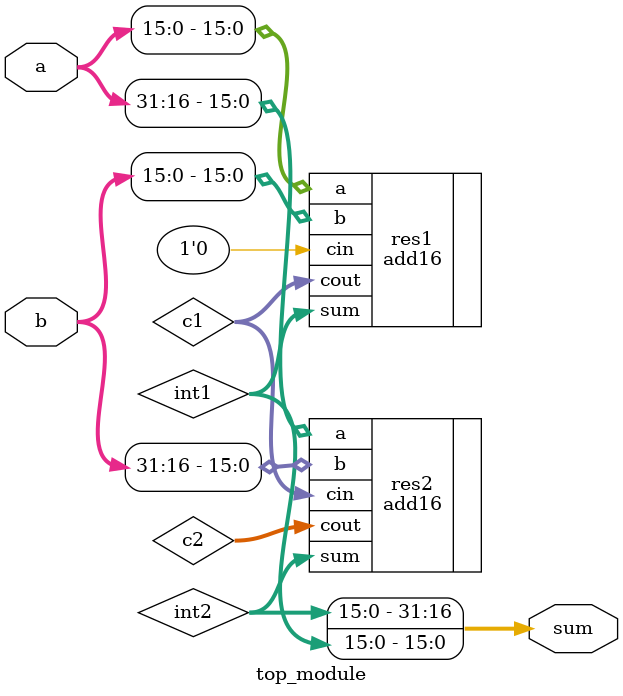
<source format=v>
module top_module(
    input [31:0] a,
    input [31:0] b,
    output [31:0] sum
);
    wire [15:0] int1, int2, c1, c2;
    add16 res1(.a(a[15:0]), .b(b[15:0]), .cin(1'b0), .sum(int1), .cout(c1));
    add16 res2(.a(a[31:16]), .b(b[31:16]),.cin(c1), .sum(int2), .cout(c2));
    
    assign sum = {int2, int1};
    
    

endmodule

</source>
